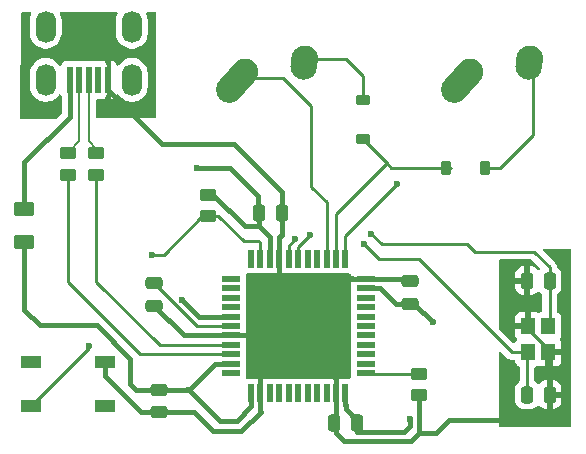
<source format=gbl>
G04 #@! TF.GenerationSoftware,KiCad,Pcbnew,8.0.2*
G04 #@! TF.CreationDate,2024-12-03T18:18:40-08:00*
G04 #@! TF.ProjectId,keypad-pcb,6b657970-6164-42d7-9063-622e6b696361,rev?*
G04 #@! TF.SameCoordinates,Original*
G04 #@! TF.FileFunction,Copper,L2,Bot*
G04 #@! TF.FilePolarity,Positive*
%FSLAX46Y46*%
G04 Gerber Fmt 4.6, Leading zero omitted, Abs format (unit mm)*
G04 Created by KiCad (PCBNEW 8.0.2) date 2024-12-03 18:18:40*
%MOMM*%
%LPD*%
G01*
G04 APERTURE LIST*
G04 Aperture macros list*
%AMRoundRect*
0 Rectangle with rounded corners*
0 $1 Rounding radius*
0 $2 $3 $4 $5 $6 $7 $8 $9 X,Y pos of 4 corners*
0 Add a 4 corners polygon primitive as box body*
4,1,4,$2,$3,$4,$5,$6,$7,$8,$9,$2,$3,0*
0 Add four circle primitives for the rounded corners*
1,1,$1+$1,$2,$3*
1,1,$1+$1,$4,$5*
1,1,$1+$1,$6,$7*
1,1,$1+$1,$8,$9*
0 Add four rect primitives between the rounded corners*
20,1,$1+$1,$2,$3,$4,$5,0*
20,1,$1+$1,$4,$5,$6,$7,0*
20,1,$1+$1,$6,$7,$8,$9,0*
20,1,$1+$1,$8,$9,$2,$3,0*%
%AMHorizOval*
0 Thick line with rounded ends*
0 $1 width*
0 $2 $3 position (X,Y) of the first rounded end (center of the circle)*
0 $4 $5 position (X,Y) of the second rounded end (center of the circle)*
0 Add line between two ends*
20,1,$1,$2,$3,$4,$5,0*
0 Add two circle primitives to create the rounded ends*
1,1,$1,$2,$3*
1,1,$1,$4,$5*%
G04 Aperture macros list end*
G04 #@! TA.AperFunction,ComponentPad*
%ADD10HorizOval,2.250000X0.655001X0.730000X-0.655001X-0.730000X0*%
G04 #@! TD*
G04 #@! TA.AperFunction,ComponentPad*
%ADD11C,2.250000*%
G04 #@! TD*
G04 #@! TA.AperFunction,ComponentPad*
%ADD12HorizOval,2.250000X0.020000X0.290000X-0.020000X-0.290000X0*%
G04 #@! TD*
G04 #@! TA.AperFunction,SMDPad,CuDef*
%ADD13RoundRect,0.225000X-0.225000X-0.375000X0.225000X-0.375000X0.225000X0.375000X-0.225000X0.375000X0*%
G04 #@! TD*
G04 #@! TA.AperFunction,SMDPad,CuDef*
%ADD14RoundRect,0.250000X0.250000X0.475000X-0.250000X0.475000X-0.250000X-0.475000X0.250000X-0.475000X0*%
G04 #@! TD*
G04 #@! TA.AperFunction,SMDPad,CuDef*
%ADD15RoundRect,0.250000X-0.625000X0.375000X-0.625000X-0.375000X0.625000X-0.375000X0.625000X0.375000X0*%
G04 #@! TD*
G04 #@! TA.AperFunction,SMDPad,CuDef*
%ADD16RoundRect,0.250000X-0.450000X0.262500X-0.450000X-0.262500X0.450000X-0.262500X0.450000X0.262500X0*%
G04 #@! TD*
G04 #@! TA.AperFunction,SMDPad,CuDef*
%ADD17RoundRect,0.250000X0.475000X-0.250000X0.475000X0.250000X-0.475000X0.250000X-0.475000X-0.250000X0*%
G04 #@! TD*
G04 #@! TA.AperFunction,SMDPad,CuDef*
%ADD18RoundRect,0.250000X-0.475000X0.250000X-0.475000X-0.250000X0.475000X-0.250000X0.475000X0.250000X0*%
G04 #@! TD*
G04 #@! TA.AperFunction,SMDPad,CuDef*
%ADD19RoundRect,0.250000X0.450000X-0.262500X0.450000X0.262500X-0.450000X0.262500X-0.450000X-0.262500X0*%
G04 #@! TD*
G04 #@! TA.AperFunction,SMDPad,CuDef*
%ADD20R,1.500000X0.550000*%
G04 #@! TD*
G04 #@! TA.AperFunction,SMDPad,CuDef*
%ADD21R,0.550000X1.500000*%
G04 #@! TD*
G04 #@! TA.AperFunction,SMDPad,CuDef*
%ADD22RoundRect,0.225000X0.375000X-0.225000X0.375000X0.225000X-0.375000X0.225000X-0.375000X-0.225000X0*%
G04 #@! TD*
G04 #@! TA.AperFunction,SMDPad,CuDef*
%ADD23R,1.200000X1.400000*%
G04 #@! TD*
G04 #@! TA.AperFunction,SMDPad,CuDef*
%ADD24R,0.500000X2.250000*%
G04 #@! TD*
G04 #@! TA.AperFunction,ComponentPad*
%ADD25O,1.700000X2.700000*%
G04 #@! TD*
G04 #@! TA.AperFunction,SMDPad,CuDef*
%ADD26RoundRect,0.250000X-0.250000X-0.475000X0.250000X-0.475000X0.250000X0.475000X-0.250000X0.475000X0*%
G04 #@! TD*
G04 #@! TA.AperFunction,SMDPad,CuDef*
%ADD27R,1.800000X1.100000*%
G04 #@! TD*
G04 #@! TA.AperFunction,ViaPad*
%ADD28C,0.600000*%
G04 #@! TD*
G04 #@! TA.AperFunction,Conductor*
%ADD29C,0.381000*%
G04 #@! TD*
G04 #@! TA.AperFunction,Conductor*
%ADD30C,0.254000*%
G04 #@! TD*
G04 #@! TA.AperFunction,Conductor*
%ADD31C,0.200000*%
G04 #@! TD*
G04 APERTURE END LIST*
D10*
X71354001Y-60547000D03*
D11*
X72009000Y-59817000D03*
D12*
X77029000Y-59027000D03*
D11*
X77049000Y-58737000D03*
D10*
X90396118Y-60544802D03*
D11*
X91051117Y-59814802D03*
D12*
X96071117Y-59024802D03*
D11*
X96091117Y-58734802D03*
D13*
X89028000Y-67945000D03*
X92328000Y-67945000D03*
D14*
X81468000Y-89535000D03*
X79568000Y-89535000D03*
D15*
X53316000Y-71398000D03*
X53316000Y-74198000D03*
D16*
X86741000Y-85386500D03*
X86741000Y-87211500D03*
D17*
X85979000Y-79436000D03*
X85979000Y-77536000D03*
D16*
X56999000Y-66678500D03*
X56999000Y-68503500D03*
D14*
X97785000Y-87150500D03*
X95885000Y-87150500D03*
D18*
X64313000Y-77714000D03*
X64313000Y-79614000D03*
D19*
X68834000Y-72032500D03*
X68834000Y-70207500D03*
D20*
X70805000Y-85331000D03*
X70805000Y-84531000D03*
X70805000Y-83731000D03*
X70805000Y-82931000D03*
X70805000Y-82131000D03*
X70805000Y-81331000D03*
X70805000Y-80531000D03*
X70805000Y-79731000D03*
X70805000Y-78931000D03*
X70805000Y-78131000D03*
X70805000Y-77331000D03*
D21*
X72505000Y-75631000D03*
X73305000Y-75631000D03*
X74105000Y-75631000D03*
X74905000Y-75631000D03*
X75705000Y-75631000D03*
X76505000Y-75631000D03*
X77305000Y-75631000D03*
X78105000Y-75631000D03*
X78905000Y-75631000D03*
X79705000Y-75631000D03*
X80505000Y-75631000D03*
D20*
X82205000Y-77331000D03*
X82205000Y-78131000D03*
X82205000Y-78931000D03*
X82205000Y-79731000D03*
X82205000Y-80531000D03*
X82205000Y-81331000D03*
X82205000Y-82131000D03*
X82205000Y-82931000D03*
X82205000Y-83731000D03*
X82205000Y-84531000D03*
X82205000Y-85331000D03*
D21*
X80505000Y-87031000D03*
X79705000Y-87031000D03*
X78905000Y-87031000D03*
X78105000Y-87031000D03*
X77305000Y-87031000D03*
X76505000Y-87031000D03*
X75705000Y-87031000D03*
X74905000Y-87031000D03*
X74105000Y-87031000D03*
X73305000Y-87031000D03*
X72505000Y-87031000D03*
D22*
X81967117Y-65523281D03*
X81967117Y-62223281D03*
D23*
X95985000Y-83551500D03*
X95985000Y-81351500D03*
X97685000Y-81351500D03*
X97685000Y-83551500D03*
D19*
X59412000Y-68503500D03*
X59412000Y-66678500D03*
D18*
X64694000Y-86731000D03*
X64694000Y-88631000D03*
D24*
X60377000Y-60492000D03*
X59577000Y-60492000D03*
X58777000Y-60492000D03*
X57977000Y-60492000D03*
X57177000Y-60492000D03*
D25*
X62427000Y-55992000D03*
X55127000Y-55992000D03*
X62427000Y-60492000D03*
X55127000Y-60492000D03*
D26*
X95885000Y-77498500D03*
X97785000Y-77498500D03*
D27*
X60123000Y-84383000D03*
X53923000Y-88083000D03*
X60123000Y-88083000D03*
X53923000Y-84383000D03*
D26*
X73218000Y-71755000D03*
X75118000Y-71755000D03*
D28*
X67945000Y-67945000D03*
X66688000Y-79087000D03*
X87897000Y-81026000D03*
X85979000Y-89242000D03*
X67300000Y-86731000D03*
X77534500Y-73597500D03*
X82042000Y-74422000D03*
X84836000Y-69342000D03*
X64124000Y-75277000D03*
X58801000Y-83058000D03*
X82677000Y-73533000D03*
X76263500Y-73977500D03*
D29*
X86741000Y-87211500D02*
X86741000Y-90389560D01*
X97150000Y-89281000D02*
X97785000Y-88646000D01*
X73305000Y-88545000D02*
X73330000Y-88570000D01*
X86741000Y-90389560D02*
X88172440Y-90389560D01*
D30*
X97685000Y-83301500D02*
X95985000Y-81601500D01*
D29*
X73330000Y-88570000D02*
X71679000Y-90221000D01*
X73584000Y-82131000D02*
X73305000Y-82131000D01*
X80391000Y-91059000D02*
X86071560Y-91059000D01*
X75118000Y-69985000D02*
X75118000Y-71755000D01*
X64969000Y-65959000D02*
X60377000Y-61367000D01*
X76505000Y-81331000D02*
X75705000Y-82131000D01*
X69266000Y-90221000D02*
X67676000Y-88631000D01*
X80505000Y-77331000D02*
X82205000Y-77331000D01*
X64694000Y-88631000D02*
X63231000Y-88631000D01*
X95885000Y-77498500D02*
X95885000Y-81251500D01*
X60123000Y-85523000D02*
X60123000Y-84383000D01*
X97685000Y-83170500D02*
X97685000Y-83051500D01*
X89281000Y-89281000D02*
X97150000Y-89281000D01*
X79705000Y-84531000D02*
X79705000Y-87031000D01*
X73305000Y-82131000D02*
X73305000Y-87031000D01*
X75118000Y-73599000D02*
X75118000Y-71755000D01*
X97785000Y-88646000D02*
X97785000Y-87150500D01*
X79705000Y-90373000D02*
X80391000Y-91059000D01*
X73305000Y-87031000D02*
X73305000Y-88545000D01*
X86071560Y-91059000D02*
X86741000Y-90389560D01*
X74905000Y-79731000D02*
X76505000Y-81331000D01*
X97685000Y-83551500D02*
X97685000Y-83170500D01*
X76505000Y-81331000D02*
X79705000Y-84531000D01*
X76505000Y-81331000D02*
X80505000Y-77331000D01*
X97785000Y-83270500D02*
X97685000Y-83170500D01*
X85979000Y-77536000D02*
X85774000Y-77331000D01*
X66830000Y-82131000D02*
X70805000Y-82131000D01*
X60377000Y-61367000D02*
X60377000Y-60492000D01*
X74905000Y-75631000D02*
X74905000Y-73812000D01*
X73264000Y-87072000D02*
X73305000Y-87031000D01*
X95885000Y-81251500D02*
X95985000Y-81351500D01*
X88172440Y-90389560D02*
X89281000Y-89281000D01*
X73584000Y-82131000D02*
X70805000Y-82131000D01*
X71092000Y-65959000D02*
X64969000Y-65959000D01*
X75705000Y-82131000D02*
X73584000Y-82131000D01*
X97785000Y-87150500D02*
X97785000Y-83651500D01*
X64313000Y-79614000D02*
X66830000Y-82131000D01*
X97685000Y-83551500D02*
X97685000Y-83301500D01*
X63231000Y-88631000D02*
X60123000Y-85523000D01*
X71092000Y-65959000D02*
X75118000Y-69985000D01*
X74905000Y-73812000D02*
X75118000Y-73599000D01*
X97785000Y-83651500D02*
X97685000Y-83551500D01*
X67676000Y-88631000D02*
X64694000Y-88631000D01*
X95985000Y-81601500D02*
X95985000Y-81351500D01*
X85774000Y-77331000D02*
X82205000Y-77331000D01*
X79705000Y-87031000D02*
X79705000Y-90373000D01*
X74905000Y-75631000D02*
X74905000Y-79731000D01*
X71679000Y-90221000D02*
X69266000Y-90221000D01*
D30*
X70805000Y-81331000D02*
X67930000Y-81331000D01*
X67930000Y-81331000D02*
X64313000Y-77714000D01*
D29*
X83465000Y-78131000D02*
X82205000Y-78131000D01*
X85979000Y-89242000D02*
X85979000Y-89789000D01*
X85471000Y-90297000D02*
X81468000Y-90297000D01*
X81468000Y-89342000D02*
X80518000Y-88392000D01*
X67295000Y-86731000D02*
X67300000Y-86731000D01*
X67300000Y-86731000D02*
X69901000Y-89332000D01*
X85979000Y-89789000D02*
X85471000Y-90297000D01*
X62302500Y-84146500D02*
X59436000Y-81280000D01*
X73142500Y-71679500D02*
X73218000Y-71755000D01*
X73218000Y-72900000D02*
X72011000Y-72900000D01*
X74105000Y-73787000D02*
X74105000Y-75631000D01*
X81468000Y-90297000D02*
X81468000Y-89342000D01*
X69318500Y-70207500D02*
X68834000Y-70207500D01*
X73218000Y-71755000D02*
X73218000Y-72900000D01*
X70805000Y-80531000D02*
X68132000Y-80531000D01*
X71298000Y-89332000D02*
X72505000Y-88125000D01*
X86307000Y-79436000D02*
X87897000Y-81026000D01*
X72011000Y-72900000D02*
X69318500Y-70207500D01*
X67945000Y-67945000D02*
X70739000Y-67945000D01*
X80518000Y-88392000D02*
X80518000Y-88011000D01*
X68132000Y-80531000D02*
X66688000Y-79087000D01*
X64694000Y-86731000D02*
X62787658Y-86731000D01*
X72505000Y-88125000D02*
X72505000Y-87031000D01*
X80518000Y-88011000D02*
X80505000Y-87998000D01*
X85979000Y-79436000D02*
X84770000Y-79436000D01*
X85979000Y-79436000D02*
X86307000Y-79436000D01*
X62787658Y-86731000D02*
X62302500Y-86245842D01*
X69901000Y-89332000D02*
X71298000Y-89332000D01*
X53316000Y-79986000D02*
X53316000Y-74198000D01*
X69495000Y-84531000D02*
X70805000Y-84531000D01*
X84770000Y-79436000D02*
X83465000Y-78131000D01*
X80505000Y-87998000D02*
X80505000Y-87031000D01*
X59436000Y-81280000D02*
X54610000Y-81280000D01*
X73142500Y-70348500D02*
X73142500Y-71679500D01*
X54610000Y-81280000D02*
X53316000Y-79986000D01*
X73218000Y-72900000D02*
X74105000Y-73787000D01*
X67295000Y-86731000D02*
X69495000Y-84531000D01*
X70739000Y-67945000D02*
X73142500Y-70348500D01*
X64694000Y-86731000D02*
X67295000Y-86731000D01*
X62302500Y-86245842D02*
X62302500Y-84146500D01*
D30*
X77534500Y-73597500D02*
X76505000Y-74627000D01*
X95885000Y-83270500D02*
X95985000Y-83170500D01*
X83312000Y-75692000D02*
X86741000Y-75692000D01*
X95885000Y-83651500D02*
X95985000Y-83551500D01*
X76505000Y-74627000D02*
X76505000Y-75631000D01*
X95885000Y-87150500D02*
X95885000Y-83651500D01*
X86741000Y-75692000D02*
X94600500Y-83551500D01*
X82042000Y-74422000D02*
X83312000Y-75692000D01*
X94600500Y-83551500D02*
X95985000Y-83551500D01*
X84388836Y-67945000D02*
X84007836Y-67564000D01*
X89409000Y-67945000D02*
X84388836Y-67945000D01*
X84007836Y-67564000D02*
X81967117Y-65523281D01*
X79705000Y-75631000D02*
X79705000Y-71866836D01*
X79705000Y-71866836D02*
X84007836Y-67564000D01*
X81967117Y-62223281D02*
X81967117Y-60123117D01*
X80581000Y-58737000D02*
X77049000Y-58737000D01*
X81967117Y-60123117D02*
X80581000Y-58737000D01*
X93599000Y-67945000D02*
X92328000Y-67945000D01*
X96051117Y-59314802D02*
X96056919Y-59309000D01*
X96051117Y-58774802D02*
X96091117Y-58734802D01*
X96393000Y-59656685D02*
X96393000Y-65151000D01*
X96138000Y-59401685D02*
X96051117Y-59314802D01*
X96051117Y-59314802D02*
X96051117Y-58774802D01*
X96393000Y-65151000D02*
X93599000Y-67945000D01*
X96051117Y-59314802D02*
X96393000Y-59656685D01*
D29*
X53316000Y-71398000D02*
X53316000Y-67461000D01*
X57177000Y-63600000D02*
X57177000Y-60492000D01*
X53316000Y-67461000D02*
X57177000Y-63600000D01*
D30*
X70699000Y-61277000D02*
X71651000Y-60325000D01*
X78905000Y-70866000D02*
X78905000Y-75631000D01*
X75184000Y-60325000D02*
X77597000Y-62738000D01*
X71651000Y-60325000D02*
X75184000Y-60325000D01*
X77597000Y-62738000D02*
X77597000Y-69558000D01*
X77597000Y-69558000D02*
X78905000Y-70866000D01*
X80505000Y-73673000D02*
X80505000Y-75631000D01*
X84836000Y-69342000D02*
X80505000Y-73673000D01*
X82260500Y-85386500D02*
X82205000Y-85331000D01*
X86741000Y-85386500D02*
X82260500Y-85386500D01*
X59412000Y-68503500D02*
X59412000Y-77573000D01*
X64770000Y-82931000D02*
X70805000Y-82931000D01*
X59412000Y-77573000D02*
X64770000Y-82931000D01*
D31*
X59412000Y-66321000D02*
X58777000Y-65686000D01*
X58777000Y-65686000D02*
X58777000Y-60492000D01*
X59412000Y-66678500D02*
X59412000Y-66321000D01*
D30*
X56999000Y-77611000D02*
X63119000Y-83731000D01*
X63119000Y-83731000D02*
X70805000Y-83731000D01*
X56999000Y-68503500D02*
X56999000Y-77611000D01*
D31*
X56999000Y-66678500D02*
X57977000Y-65700500D01*
X57977000Y-65700500D02*
X57977000Y-60492000D01*
D30*
X68395500Y-72032500D02*
X65151000Y-75277000D01*
X68834000Y-72032500D02*
X68395500Y-72032500D01*
X73305000Y-74321000D02*
X73152000Y-74168000D01*
X73305000Y-75631000D02*
X73305000Y-74321000D01*
X71882000Y-74168000D02*
X69746500Y-72032500D01*
X58801000Y-83058000D02*
X58801000Y-83205000D01*
X65151000Y-75277000D02*
X64124000Y-75277000D01*
X69746500Y-72032500D02*
X68834000Y-72032500D01*
X58801000Y-83205000D02*
X53796000Y-88210000D01*
X73152000Y-74168000D02*
X71882000Y-74168000D01*
X91440000Y-75057000D02*
X90805000Y-74422000D01*
X90805000Y-74422000D02*
X83566000Y-74422000D01*
X97785000Y-77498500D02*
X97785000Y-76354500D01*
X96487500Y-75057000D02*
X91440000Y-75057000D01*
X97785000Y-76354500D02*
X96487500Y-75057000D01*
X97785000Y-80870500D02*
X97685000Y-80970500D01*
X97785000Y-77498500D02*
X97785000Y-81251500D01*
X75705000Y-74536000D02*
X75705000Y-75631000D01*
X76263500Y-73977500D02*
X75705000Y-74536000D01*
X83566000Y-74422000D02*
X82677000Y-73533000D01*
X97785000Y-81251500D02*
X97685000Y-81351500D01*
G04 #@! TA.AperFunction,Conductor*
G36*
X99531828Y-74790092D02*
G01*
X99577583Y-74842896D01*
X99588789Y-74894407D01*
X99588789Y-89759407D01*
X99569104Y-89826446D01*
X99516300Y-89872201D01*
X99464789Y-89883407D01*
X93616789Y-89883407D01*
X93549750Y-89863722D01*
X93503995Y-89810918D01*
X93492789Y-89759407D01*
X93492789Y-83630570D01*
X93512474Y-83563531D01*
X93565278Y-83517776D01*
X93634436Y-83507832D01*
X93697992Y-83536857D01*
X93704470Y-83542889D01*
X94200487Y-84038907D01*
X94200491Y-84038910D01*
X94303260Y-84107579D01*
X94303273Y-84107586D01*
X94417460Y-84154883D01*
X94417465Y-84154885D01*
X94417469Y-84154885D01*
X94417470Y-84154886D01*
X94538693Y-84179000D01*
X94538696Y-84179000D01*
X94538697Y-84179000D01*
X94760517Y-84179000D01*
X94827556Y-84198685D01*
X94873311Y-84251489D01*
X94884339Y-84296362D01*
X94884499Y-84299362D01*
X94890908Y-84358983D01*
X94941202Y-84493828D01*
X94941206Y-84493835D01*
X95027452Y-84609044D01*
X95027455Y-84609047D01*
X95142664Y-84695293D01*
X95142669Y-84695296D01*
X95176832Y-84708038D01*
X95232766Y-84749908D01*
X95257184Y-84815371D01*
X95257500Y-84824220D01*
X95257500Y-85957355D01*
X95237815Y-86024394D01*
X95198598Y-86062893D01*
X95166344Y-86082787D01*
X95042289Y-86206842D01*
X94950187Y-86356163D01*
X94950185Y-86356168D01*
X94950115Y-86356380D01*
X94895001Y-86522703D01*
X94895001Y-86522704D01*
X94895000Y-86522704D01*
X94884500Y-86625483D01*
X94884500Y-87675501D01*
X94884501Y-87675519D01*
X94895000Y-87778296D01*
X94895001Y-87778299D01*
X94950115Y-87944619D01*
X94950186Y-87944834D01*
X95042288Y-88094156D01*
X95166344Y-88218212D01*
X95315666Y-88310314D01*
X95482203Y-88365499D01*
X95584991Y-88376000D01*
X96185008Y-88375999D01*
X96185016Y-88375998D01*
X96185019Y-88375998D01*
X96241302Y-88370248D01*
X96287797Y-88365499D01*
X96454334Y-88310314D01*
X96603656Y-88218212D01*
X96727712Y-88094156D01*
X96729752Y-88090847D01*
X96731745Y-88089055D01*
X96732193Y-88088489D01*
X96732289Y-88088565D01*
X96781694Y-88044123D01*
X96850656Y-88032895D01*
X96914740Y-88060734D01*
X96940829Y-88090839D01*
X96942681Y-88093841D01*
X96942683Y-88093844D01*
X97066654Y-88217815D01*
X97215875Y-88309856D01*
X97215880Y-88309858D01*
X97382302Y-88365005D01*
X97382309Y-88365006D01*
X97485019Y-88375499D01*
X98035000Y-88375499D01*
X98084972Y-88375499D01*
X98084986Y-88375498D01*
X98187697Y-88365005D01*
X98354119Y-88309858D01*
X98354124Y-88309856D01*
X98503345Y-88217815D01*
X98627315Y-88093845D01*
X98719356Y-87944624D01*
X98719358Y-87944619D01*
X98774505Y-87778197D01*
X98774506Y-87778190D01*
X98784999Y-87675486D01*
X98785000Y-87675473D01*
X98785000Y-87400500D01*
X98035000Y-87400500D01*
X98035000Y-88375499D01*
X97485019Y-88375499D01*
X97534999Y-88375498D01*
X97535000Y-88375498D01*
X97535000Y-86900500D01*
X98035000Y-86900500D01*
X98784999Y-86900500D01*
X98784999Y-86625528D01*
X98784998Y-86625513D01*
X98774505Y-86522802D01*
X98719358Y-86356380D01*
X98719356Y-86356375D01*
X98627315Y-86207154D01*
X98503345Y-86083184D01*
X98354124Y-85991143D01*
X98354119Y-85991141D01*
X98187697Y-85935994D01*
X98187690Y-85935993D01*
X98084986Y-85925500D01*
X98035000Y-85925500D01*
X98035000Y-86900500D01*
X97535000Y-86900500D01*
X97535000Y-85925500D01*
X97534999Y-85925499D01*
X97485029Y-85925500D01*
X97485011Y-85925501D01*
X97382302Y-85935994D01*
X97215880Y-85991141D01*
X97215875Y-85991143D01*
X97066654Y-86083184D01*
X96942683Y-86207155D01*
X96942679Y-86207160D01*
X96940826Y-86210165D01*
X96939018Y-86211790D01*
X96938202Y-86212823D01*
X96938025Y-86212683D01*
X96888874Y-86256885D01*
X96819911Y-86268101D01*
X96755831Y-86240252D01*
X96729753Y-86210153D01*
X96729737Y-86210128D01*
X96727712Y-86206844D01*
X96603656Y-86082788D01*
X96603655Y-86082787D01*
X96571402Y-86062893D01*
X96524678Y-86010944D01*
X96512500Y-85957355D01*
X96512500Y-84875982D01*
X96532185Y-84808943D01*
X96584989Y-84763188D01*
X96629882Y-84752159D01*
X96632871Y-84751999D01*
X96632872Y-84751999D01*
X96692483Y-84745591D01*
X96792382Y-84708330D01*
X96862072Y-84703347D01*
X96879047Y-84708331D01*
X96977620Y-84745096D01*
X96977627Y-84745098D01*
X97037155Y-84751499D01*
X97037172Y-84751500D01*
X97435000Y-84751500D01*
X97935000Y-84751500D01*
X98332828Y-84751500D01*
X98332844Y-84751499D01*
X98392372Y-84745098D01*
X98392379Y-84745096D01*
X98527086Y-84694854D01*
X98527093Y-84694850D01*
X98642187Y-84608690D01*
X98642190Y-84608687D01*
X98728350Y-84493593D01*
X98728354Y-84493586D01*
X98778596Y-84358879D01*
X98778598Y-84358872D01*
X98784999Y-84299344D01*
X98785000Y-84299327D01*
X98785000Y-83801500D01*
X97935000Y-83801500D01*
X97935000Y-84751500D01*
X97435000Y-84751500D01*
X97435000Y-83425500D01*
X97454685Y-83358461D01*
X97507489Y-83312706D01*
X97559000Y-83301500D01*
X98785000Y-83301500D01*
X98785000Y-82803672D01*
X98784999Y-82803655D01*
X98778598Y-82744127D01*
X98778596Y-82744120D01*
X98728354Y-82609413D01*
X98728352Y-82609410D01*
X98666082Y-82526227D01*
X98641665Y-82460762D01*
X98656517Y-82392489D01*
X98666083Y-82377604D01*
X98681524Y-82356978D01*
X98728796Y-82293831D01*
X98779091Y-82158983D01*
X98785500Y-82099373D01*
X98785499Y-80603628D01*
X98779091Y-80544017D01*
X98728884Y-80409406D01*
X98728797Y-80409171D01*
X98728793Y-80409164D01*
X98642547Y-80293955D01*
X98642544Y-80293952D01*
X98527334Y-80207705D01*
X98493164Y-80194960D01*
X98437231Y-80153087D01*
X98412816Y-80087622D01*
X98412500Y-80078779D01*
X98412500Y-78691643D01*
X98432185Y-78624604D01*
X98471401Y-78586106D01*
X98503656Y-78566212D01*
X98627712Y-78442156D01*
X98719814Y-78292834D01*
X98774999Y-78126297D01*
X98785500Y-78023509D01*
X98785499Y-76973492D01*
X98774999Y-76870703D01*
X98719814Y-76704166D01*
X98627712Y-76554844D01*
X98503656Y-76430788D01*
X98503655Y-76430787D01*
X98471402Y-76410893D01*
X98424678Y-76358944D01*
X98412500Y-76305355D01*
X98412500Y-76292694D01*
X98388386Y-76171470D01*
X98388385Y-76171469D01*
X98388385Y-76171465D01*
X98355473Y-76092008D01*
X98341086Y-76057273D01*
X98341079Y-76057260D01*
X98272412Y-75954493D01*
X98272411Y-75954492D01*
X98185008Y-75867089D01*
X97300007Y-74982088D01*
X97266522Y-74920765D01*
X97271506Y-74851073D01*
X97313378Y-74795140D01*
X97378842Y-74770723D01*
X97387688Y-74770407D01*
X99464789Y-74770407D01*
X99531828Y-74790092D01*
G37*
G04 #@! TD.AperFunction*
G04 #@! TA.AperFunction,Conductor*
G36*
X96243258Y-75704185D02*
G01*
X96263900Y-75720819D01*
X96932981Y-76389900D01*
X96966466Y-76451223D01*
X96961482Y-76520915D01*
X96945892Y-76548589D01*
X96946076Y-76548703D01*
X96943233Y-76553310D01*
X96942575Y-76554480D01*
X96942289Y-76554840D01*
X96940241Y-76558162D01*
X96938245Y-76559956D01*
X96937816Y-76560500D01*
X96937723Y-76560426D01*
X96888291Y-76604884D01*
X96819328Y-76616103D01*
X96755247Y-76588256D01*
X96729165Y-76558152D01*
X96727318Y-76555157D01*
X96603345Y-76431184D01*
X96454124Y-76339143D01*
X96454119Y-76339141D01*
X96287697Y-76283994D01*
X96287690Y-76283993D01*
X96184986Y-76273500D01*
X96135000Y-76273500D01*
X96135000Y-78723499D01*
X96184972Y-78723499D01*
X96184986Y-78723498D01*
X96287697Y-78713005D01*
X96454119Y-78657858D01*
X96454124Y-78657856D01*
X96603345Y-78565815D01*
X96727318Y-78441842D01*
X96729165Y-78438848D01*
X96730969Y-78437224D01*
X96731798Y-78436177D01*
X96731976Y-78436318D01*
X96781110Y-78392121D01*
X96850073Y-78380896D01*
X96914156Y-78408736D01*
X96940243Y-78438841D01*
X96942288Y-78442156D01*
X97066344Y-78566212D01*
X97098597Y-78586106D01*
X97145321Y-78638051D01*
X97157500Y-78691643D01*
X97157500Y-80027017D01*
X97137815Y-80094056D01*
X97085011Y-80139811D01*
X97040138Y-80150839D01*
X97037137Y-80150999D01*
X96977515Y-80157409D01*
X96877617Y-80194668D01*
X96807926Y-80199652D01*
X96790952Y-80194668D01*
X96692380Y-80157903D01*
X96692372Y-80157901D01*
X96632844Y-80151500D01*
X96235000Y-80151500D01*
X96235000Y-81477500D01*
X96215315Y-81544539D01*
X96162511Y-81590294D01*
X96111000Y-81601500D01*
X94885000Y-81601500D01*
X94885000Y-82099344D01*
X94891401Y-82158872D01*
X94891403Y-82158879D01*
X94941645Y-82293586D01*
X94941646Y-82293588D01*
X95003918Y-82376772D01*
X95028335Y-82442236D01*
X95013484Y-82510509D01*
X95003918Y-82525394D01*
X94941204Y-82609169D01*
X94941203Y-82609169D01*
X94901160Y-82716531D01*
X94859288Y-82772464D01*
X94793824Y-82796881D01*
X94725551Y-82782029D01*
X94697297Y-82760878D01*
X93529108Y-81592689D01*
X93495623Y-81531366D01*
X93492789Y-81505008D01*
X93492789Y-80603655D01*
X94885000Y-80603655D01*
X94885000Y-81101500D01*
X95735000Y-81101500D01*
X95735000Y-80151500D01*
X95337155Y-80151500D01*
X95277627Y-80157901D01*
X95277620Y-80157903D01*
X95142913Y-80208145D01*
X95142906Y-80208149D01*
X95027812Y-80294309D01*
X95027809Y-80294312D01*
X94941649Y-80409406D01*
X94941645Y-80409413D01*
X94891403Y-80544120D01*
X94891401Y-80544127D01*
X94885000Y-80603655D01*
X93492789Y-80603655D01*
X93492789Y-78023486D01*
X94885001Y-78023486D01*
X94895494Y-78126197D01*
X94950641Y-78292619D01*
X94950643Y-78292624D01*
X95042684Y-78441845D01*
X95166654Y-78565815D01*
X95315875Y-78657856D01*
X95315880Y-78657858D01*
X95482302Y-78713005D01*
X95482309Y-78713006D01*
X95585019Y-78723499D01*
X95634999Y-78723498D01*
X95635000Y-78723498D01*
X95635000Y-77748500D01*
X94885001Y-77748500D01*
X94885001Y-78023486D01*
X93492789Y-78023486D01*
X93492789Y-76973513D01*
X94885000Y-76973513D01*
X94885000Y-77248500D01*
X95635000Y-77248500D01*
X95635000Y-76273500D01*
X95634999Y-76273499D01*
X95585029Y-76273500D01*
X95585011Y-76273501D01*
X95482302Y-76283994D01*
X95315880Y-76339141D01*
X95315875Y-76339143D01*
X95166654Y-76431184D01*
X95042684Y-76555154D01*
X94950643Y-76704375D01*
X94950641Y-76704380D01*
X94895494Y-76870802D01*
X94895493Y-76870809D01*
X94885000Y-76973513D01*
X93492789Y-76973513D01*
X93492789Y-75808500D01*
X93512474Y-75741461D01*
X93565278Y-75695706D01*
X93616789Y-75684500D01*
X96176219Y-75684500D01*
X96243258Y-75704185D01*
G37*
G04 #@! TD.AperFunction*
G04 #@! TA.AperFunction,Conductor*
G36*
X53796472Y-54731562D02*
G01*
X53863501Y-54751279D01*
X53909230Y-54804105D01*
X53919140Y-54873268D01*
X53906896Y-54911856D01*
X53875445Y-54973582D01*
X53809753Y-55175760D01*
X53776500Y-55385713D01*
X53776500Y-56598286D01*
X53803738Y-56770263D01*
X53809754Y-56808243D01*
X53818823Y-56836155D01*
X53875444Y-57010414D01*
X53971951Y-57199820D01*
X54096890Y-57371786D01*
X54247213Y-57522109D01*
X54419179Y-57647048D01*
X54419181Y-57647049D01*
X54419184Y-57647051D01*
X54608588Y-57743557D01*
X54810757Y-57809246D01*
X55020713Y-57842500D01*
X55020714Y-57842500D01*
X55233286Y-57842500D01*
X55233287Y-57842500D01*
X55443243Y-57809246D01*
X55645412Y-57743557D01*
X55834816Y-57647051D01*
X55856789Y-57631086D01*
X56006786Y-57522109D01*
X56006788Y-57522106D01*
X56006792Y-57522104D01*
X56157104Y-57371792D01*
X56157106Y-57371788D01*
X56157109Y-57371786D01*
X56282048Y-57199820D01*
X56282047Y-57199820D01*
X56282051Y-57199816D01*
X56378557Y-57010412D01*
X56444246Y-56808243D01*
X56477500Y-56598287D01*
X56477500Y-55385713D01*
X56444246Y-55175757D01*
X56378557Y-54973588D01*
X56347753Y-54913133D01*
X56334858Y-54844465D01*
X56361134Y-54779725D01*
X56418240Y-54739467D01*
X56458295Y-54732839D01*
X61094688Y-54735063D01*
X61161716Y-54754780D01*
X61207446Y-54807606D01*
X61217356Y-54876769D01*
X61205112Y-54915357D01*
X61175445Y-54973582D01*
X61109753Y-55175760D01*
X61076500Y-55385713D01*
X61076500Y-56598286D01*
X61103738Y-56770263D01*
X61109754Y-56808243D01*
X61118823Y-56836155D01*
X61175444Y-57010414D01*
X61271951Y-57199820D01*
X61396890Y-57371786D01*
X61547213Y-57522109D01*
X61719179Y-57647048D01*
X61719181Y-57647049D01*
X61719184Y-57647051D01*
X61908588Y-57743557D01*
X62110757Y-57809246D01*
X62320713Y-57842500D01*
X62320714Y-57842500D01*
X62533286Y-57842500D01*
X62533287Y-57842500D01*
X62743243Y-57809246D01*
X62945412Y-57743557D01*
X63134816Y-57647051D01*
X63156789Y-57631086D01*
X63306786Y-57522109D01*
X63306788Y-57522106D01*
X63306792Y-57522104D01*
X63457104Y-57371792D01*
X63457106Y-57371788D01*
X63457109Y-57371786D01*
X63582048Y-57199820D01*
X63582047Y-57199820D01*
X63582051Y-57199816D01*
X63678557Y-57010412D01*
X63744246Y-56808243D01*
X63777500Y-56598287D01*
X63777500Y-55385713D01*
X63744246Y-55175757D01*
X63678557Y-54973588D01*
X63649538Y-54916636D01*
X63636643Y-54847968D01*
X63662919Y-54783227D01*
X63720026Y-54742970D01*
X63760076Y-54736343D01*
X64367082Y-54736634D01*
X64434108Y-54756350D01*
X64479838Y-54809176D01*
X64491019Y-54860633D01*
X64491019Y-63569046D01*
X64471334Y-63636085D01*
X64418530Y-63681840D01*
X64368382Y-63693039D01*
X59502863Y-63746506D01*
X59435611Y-63727559D01*
X59389278Y-63675261D01*
X59377500Y-63622513D01*
X59377500Y-62241499D01*
X59397185Y-62174460D01*
X59449989Y-62128705D01*
X59501500Y-62117499D01*
X59874871Y-62117499D01*
X59874872Y-62117499D01*
X59934483Y-62111091D01*
X59934489Y-62111088D01*
X59942025Y-62109308D01*
X59942321Y-62110561D01*
X60004063Y-62106142D01*
X60017655Y-62110132D01*
X60019627Y-62110598D01*
X60079155Y-62116999D01*
X60079172Y-62117000D01*
X60127000Y-62117000D01*
X60127000Y-62079694D01*
X60146685Y-62012655D01*
X60176690Y-61980426D01*
X60184546Y-61974546D01*
X60270796Y-61859331D01*
X60321091Y-61724483D01*
X60327500Y-61664873D01*
X60327499Y-59319128D01*
X60321091Y-59259517D01*
X60314804Y-59242662D01*
X60270797Y-59124671D01*
X60270793Y-59124664D01*
X60184547Y-59009455D01*
X60184546Y-59009454D01*
X60176685Y-59003569D01*
X60134816Y-58947633D01*
X60127000Y-58904305D01*
X60127000Y-58867000D01*
X60627000Y-58867000D01*
X60627000Y-62117000D01*
X60674828Y-62117000D01*
X60674844Y-62116999D01*
X60734372Y-62110598D01*
X60734379Y-62110596D01*
X60869086Y-62060354D01*
X60869093Y-62060350D01*
X60984187Y-61974190D01*
X60984190Y-61974187D01*
X61070350Y-61859093D01*
X61070355Y-61859084D01*
X61097267Y-61786929D01*
X61139137Y-61730995D01*
X61204601Y-61706577D01*
X61272875Y-61721428D01*
X61313767Y-61757376D01*
X61396890Y-61871785D01*
X61396894Y-61871790D01*
X61547213Y-62022109D01*
X61719179Y-62147048D01*
X61719181Y-62147049D01*
X61719184Y-62147051D01*
X61908588Y-62243557D01*
X62110757Y-62309246D01*
X62320713Y-62342500D01*
X62320714Y-62342500D01*
X62533286Y-62342500D01*
X62533287Y-62342500D01*
X62743243Y-62309246D01*
X62945412Y-62243557D01*
X63134816Y-62147051D01*
X63184990Y-62110598D01*
X63306786Y-62022109D01*
X63306788Y-62022106D01*
X63306792Y-62022104D01*
X63457104Y-61871792D01*
X63457106Y-61871788D01*
X63457109Y-61871786D01*
X63582048Y-61699820D01*
X63582047Y-61699820D01*
X63582051Y-61699816D01*
X63678557Y-61510412D01*
X63744246Y-61308243D01*
X63777500Y-61098287D01*
X63777500Y-59885713D01*
X63744246Y-59675757D01*
X63678557Y-59473588D01*
X63582051Y-59284184D01*
X63582049Y-59284181D01*
X63582048Y-59284179D01*
X63457109Y-59112213D01*
X63306786Y-58961890D01*
X63134820Y-58836951D01*
X62945414Y-58740444D01*
X62945413Y-58740443D01*
X62945412Y-58740443D01*
X62743243Y-58674754D01*
X62743241Y-58674753D01*
X62743240Y-58674753D01*
X62581957Y-58649208D01*
X62533287Y-58641500D01*
X62320713Y-58641500D01*
X62272042Y-58649208D01*
X62110760Y-58674753D01*
X61908585Y-58740444D01*
X61719179Y-58836951D01*
X61547213Y-58961890D01*
X61396894Y-59112209D01*
X61313767Y-59226624D01*
X61258437Y-59269289D01*
X61188823Y-59275268D01*
X61127028Y-59242662D01*
X61097267Y-59197071D01*
X61070354Y-59124913D01*
X61070350Y-59124906D01*
X60984190Y-59009812D01*
X60984187Y-59009809D01*
X60869093Y-58923649D01*
X60869086Y-58923645D01*
X60734379Y-58873403D01*
X60734372Y-58873401D01*
X60674844Y-58867000D01*
X60627000Y-58867000D01*
X60127000Y-58867000D01*
X60079155Y-58867000D01*
X60019624Y-58873401D01*
X60012073Y-58875186D01*
X60011684Y-58873542D01*
X59951348Y-58877853D01*
X59934614Y-58872939D01*
X59934491Y-58872910D01*
X59934483Y-58872909D01*
X59874873Y-58866500D01*
X59874863Y-58866500D01*
X59279129Y-58866500D01*
X59279123Y-58866501D01*
X59219520Y-58872908D01*
X59211974Y-58874692D01*
X59211628Y-58873230D01*
X59150622Y-58877584D01*
X59135600Y-58873172D01*
X59134482Y-58872908D01*
X59074882Y-58866501D01*
X59074873Y-58866500D01*
X59074863Y-58866500D01*
X58479129Y-58866500D01*
X58479123Y-58866501D01*
X58419520Y-58872908D01*
X58411974Y-58874692D01*
X58411628Y-58873230D01*
X58350622Y-58877584D01*
X58335600Y-58873172D01*
X58334482Y-58872908D01*
X58274882Y-58866501D01*
X58274873Y-58866500D01*
X58274863Y-58866500D01*
X57679129Y-58866500D01*
X57679123Y-58866501D01*
X57619520Y-58872908D01*
X57611974Y-58874692D01*
X57611628Y-58873230D01*
X57550622Y-58877584D01*
X57535600Y-58873172D01*
X57534482Y-58872908D01*
X57474882Y-58866501D01*
X57474873Y-58866500D01*
X57474863Y-58866500D01*
X56879129Y-58866500D01*
X56879123Y-58866501D01*
X56819516Y-58872908D01*
X56684671Y-58923202D01*
X56684664Y-58923206D01*
X56569455Y-59009452D01*
X56569452Y-59009455D01*
X56483206Y-59124664D01*
X56483202Y-59124671D01*
X56456380Y-59196587D01*
X56414509Y-59252521D01*
X56349045Y-59276938D01*
X56280772Y-59262087D01*
X56239880Y-59226139D01*
X56157109Y-59112214D01*
X56157105Y-59112209D01*
X56006786Y-58961890D01*
X55834820Y-58836951D01*
X55645414Y-58740444D01*
X55645413Y-58740443D01*
X55645412Y-58740443D01*
X55443243Y-58674754D01*
X55443241Y-58674753D01*
X55443240Y-58674753D01*
X55281957Y-58649208D01*
X55233287Y-58641500D01*
X55020713Y-58641500D01*
X54972042Y-58649208D01*
X54810760Y-58674753D01*
X54608585Y-58740444D01*
X54419179Y-58836951D01*
X54247213Y-58961890D01*
X54096890Y-59112213D01*
X53971951Y-59284179D01*
X53875444Y-59473585D01*
X53809753Y-59675760D01*
X53776500Y-59885713D01*
X53776500Y-61098286D01*
X53809753Y-61308239D01*
X53875444Y-61510414D01*
X53971951Y-61699820D01*
X54096890Y-61871786D01*
X54247213Y-62022109D01*
X54419179Y-62147048D01*
X54419181Y-62147049D01*
X54419184Y-62147051D01*
X54608588Y-62243557D01*
X54810757Y-62309246D01*
X55020713Y-62342500D01*
X55020714Y-62342500D01*
X55233286Y-62342500D01*
X55233287Y-62342500D01*
X55443243Y-62309246D01*
X55645412Y-62243557D01*
X55834816Y-62147051D01*
X55884990Y-62110598D01*
X56006786Y-62022109D01*
X56006788Y-62022106D01*
X56006792Y-62022104D01*
X56157104Y-61871792D01*
X56239880Y-61757858D01*
X56295209Y-61715194D01*
X56364822Y-61709215D01*
X56426618Y-61741820D01*
X56456379Y-61787409D01*
X56478182Y-61845868D01*
X56486000Y-61889198D01*
X56486000Y-63262415D01*
X56466315Y-63329454D01*
X56449681Y-63350096D01*
X56050698Y-63749078D01*
X55989375Y-63782563D01*
X55964380Y-63785390D01*
X53061064Y-63817295D01*
X52993812Y-63798348D01*
X52947479Y-63746050D01*
X52935712Y-63691652D01*
X53053553Y-54853606D01*
X53074129Y-54786840D01*
X53127538Y-54741793D01*
X53177593Y-54731265D01*
X53796472Y-54731562D01*
G37*
G04 #@! TD.AperFunction*
G04 #@! TA.AperFunction,Conductor*
G36*
X74992681Y-76634089D02*
G01*
X75004261Y-76647452D01*
X75072454Y-76738546D01*
X75072455Y-76738547D01*
X75105309Y-76763141D01*
X75147181Y-76819074D01*
X75155000Y-76862409D01*
X75155000Y-76881000D01*
X75227828Y-76881000D01*
X75227839Y-76880999D01*
X75289395Y-76874380D01*
X75315909Y-76874380D01*
X75322514Y-76875090D01*
X75322517Y-76875091D01*
X75382127Y-76881500D01*
X76027872Y-76881499D01*
X76087483Y-76875091D01*
X76087486Y-76875089D01*
X76091744Y-76874632D01*
X76118254Y-76874632D01*
X76122514Y-76875089D01*
X76122517Y-76875091D01*
X76182127Y-76881500D01*
X76827872Y-76881499D01*
X76887483Y-76875091D01*
X76887486Y-76875089D01*
X76891744Y-76874632D01*
X76918254Y-76874632D01*
X76922514Y-76875089D01*
X76922517Y-76875091D01*
X76982127Y-76881500D01*
X77627872Y-76881499D01*
X77687483Y-76875091D01*
X77687486Y-76875089D01*
X77691744Y-76874632D01*
X77718254Y-76874632D01*
X77722514Y-76875089D01*
X77722517Y-76875091D01*
X77782127Y-76881500D01*
X78427872Y-76881499D01*
X78487483Y-76875091D01*
X78487486Y-76875089D01*
X78491744Y-76874632D01*
X78518254Y-76874632D01*
X78522514Y-76875089D01*
X78522517Y-76875091D01*
X78582127Y-76881500D01*
X79227872Y-76881499D01*
X79287483Y-76875091D01*
X79287486Y-76875089D01*
X79291744Y-76874632D01*
X79318254Y-76874632D01*
X79322514Y-76875089D01*
X79322517Y-76875091D01*
X79382127Y-76881500D01*
X80027872Y-76881499D01*
X80087483Y-76875091D01*
X80087486Y-76875089D01*
X80091744Y-76874632D01*
X80118254Y-76874632D01*
X80122514Y-76875089D01*
X80122517Y-76875091D01*
X80182127Y-76881500D01*
X80827872Y-76881499D01*
X80831000Y-76881499D01*
X80898039Y-76901183D01*
X80943794Y-76953987D01*
X80955000Y-77005499D01*
X80955000Y-77081000D01*
X81269000Y-77081000D01*
X81269000Y-77391192D01*
X81212671Y-77412202D01*
X81212664Y-77412206D01*
X81097456Y-77498452D01*
X81097455Y-77498453D01*
X81097454Y-77498454D01*
X81072856Y-77531312D01*
X81016924Y-77573182D01*
X80973591Y-77581000D01*
X80955000Y-77581000D01*
X80955000Y-77653844D01*
X80961619Y-77715398D01*
X80961620Y-77741909D01*
X80960909Y-77748514D01*
X80960909Y-77748517D01*
X80954500Y-77808127D01*
X80954500Y-77808134D01*
X80954500Y-77808135D01*
X80954500Y-78453870D01*
X80954501Y-78453879D01*
X80961367Y-78517751D01*
X80961367Y-78544257D01*
X80960909Y-78548516D01*
X80960909Y-78548517D01*
X80954500Y-78608127D01*
X80954500Y-78608129D01*
X80954500Y-78608133D01*
X80954500Y-79253870D01*
X80954501Y-79253879D01*
X80961367Y-79317751D01*
X80961367Y-79344257D01*
X80960909Y-79348516D01*
X80960909Y-79348517D01*
X80954500Y-79408127D01*
X80954500Y-79408129D01*
X80954500Y-79408133D01*
X80954500Y-80053870D01*
X80954501Y-80053879D01*
X80961367Y-80117751D01*
X80961367Y-80144257D01*
X80960909Y-80148516D01*
X80960909Y-80148517D01*
X80954500Y-80208127D01*
X80954500Y-80208129D01*
X80954500Y-80208133D01*
X80954500Y-80853870D01*
X80954501Y-80853879D01*
X80961367Y-80917751D01*
X80961367Y-80944257D01*
X80960909Y-80948516D01*
X80960909Y-80948517D01*
X80954500Y-81008127D01*
X80954500Y-81008129D01*
X80954500Y-81008133D01*
X80954500Y-81653870D01*
X80954501Y-81653879D01*
X80961367Y-81717751D01*
X80961367Y-81744257D01*
X80960909Y-81748516D01*
X80960909Y-81748517D01*
X80954500Y-81808127D01*
X80954500Y-81808132D01*
X80954500Y-81808133D01*
X80954500Y-82453870D01*
X80954501Y-82453879D01*
X80961367Y-82517751D01*
X80961367Y-82544257D01*
X80960909Y-82548516D01*
X80960909Y-82548517D01*
X80954500Y-82608127D01*
X80954500Y-82608129D01*
X80954500Y-82608133D01*
X80954500Y-83253870D01*
X80954501Y-83253879D01*
X80961367Y-83317751D01*
X80961367Y-83344257D01*
X80960909Y-83348516D01*
X80960909Y-83348517D01*
X80954500Y-83408127D01*
X80954500Y-83408129D01*
X80954500Y-83408133D01*
X80954500Y-84053870D01*
X80954501Y-84053879D01*
X80961367Y-84117751D01*
X80961367Y-84144257D01*
X80960909Y-84148516D01*
X80960909Y-84148517D01*
X80954500Y-84208127D01*
X80954500Y-84208129D01*
X80954500Y-84208133D01*
X80954500Y-84853870D01*
X80954501Y-84853879D01*
X80961367Y-84917751D01*
X80961367Y-84944257D01*
X80960909Y-84948516D01*
X80960909Y-84948517D01*
X80954500Y-85008127D01*
X80954500Y-85008129D01*
X80954500Y-85008133D01*
X80954500Y-85656500D01*
X80934815Y-85723539D01*
X80882011Y-85769294D01*
X80830500Y-85780500D01*
X80182129Y-85780500D01*
X80182125Y-85780501D01*
X80134160Y-85785657D01*
X80122517Y-85786909D01*
X80122516Y-85786909D01*
X80115904Y-85787620D01*
X80089393Y-85787619D01*
X80027842Y-85781000D01*
X79955000Y-85781000D01*
X79955000Y-85799590D01*
X79935315Y-85866629D01*
X79905313Y-85898856D01*
X79872451Y-85923456D01*
X79804266Y-86014540D01*
X79748332Y-86056411D01*
X79678641Y-86061395D01*
X79617318Y-86027909D01*
X79605734Y-86014540D01*
X79537548Y-85923456D01*
X79537546Y-85923455D01*
X79537546Y-85923454D01*
X79504686Y-85898855D01*
X79462817Y-85842921D01*
X79455000Y-85799590D01*
X79455000Y-85781000D01*
X79382166Y-85781000D01*
X79320595Y-85787619D01*
X79294088Y-85787619D01*
X79284818Y-85786622D01*
X79227873Y-85780500D01*
X79227865Y-85780500D01*
X78582129Y-85780500D01*
X78582120Y-85780501D01*
X78518248Y-85787367D01*
X78491742Y-85787367D01*
X78487483Y-85786909D01*
X78427873Y-85780500D01*
X78427864Y-85780500D01*
X77782129Y-85780500D01*
X77782120Y-85780501D01*
X77718248Y-85787367D01*
X77691742Y-85787367D01*
X77687483Y-85786909D01*
X77627873Y-85780500D01*
X77627864Y-85780500D01*
X76982129Y-85780500D01*
X76982120Y-85780501D01*
X76918248Y-85787367D01*
X76891742Y-85787367D01*
X76887483Y-85786909D01*
X76827873Y-85780500D01*
X76827864Y-85780500D01*
X76182129Y-85780500D01*
X76182120Y-85780501D01*
X76118248Y-85787367D01*
X76091742Y-85787367D01*
X76087483Y-85786909D01*
X76027873Y-85780500D01*
X76027864Y-85780500D01*
X75382129Y-85780500D01*
X75382120Y-85780501D01*
X75318248Y-85787367D01*
X75291742Y-85787367D01*
X75287483Y-85786909D01*
X75227873Y-85780500D01*
X75227864Y-85780500D01*
X74582129Y-85780500D01*
X74582120Y-85780501D01*
X74518248Y-85787367D01*
X74491742Y-85787367D01*
X74487483Y-85786909D01*
X74427873Y-85780500D01*
X74427864Y-85780500D01*
X73782129Y-85780500D01*
X73782125Y-85780501D01*
X73734160Y-85785657D01*
X73722517Y-85786909D01*
X73722516Y-85786909D01*
X73715904Y-85787620D01*
X73689393Y-85787619D01*
X73627842Y-85781000D01*
X73555000Y-85781000D01*
X73555000Y-85799590D01*
X73535315Y-85866629D01*
X73505313Y-85898856D01*
X73472451Y-85923456D01*
X73404266Y-86014540D01*
X73348332Y-86056411D01*
X73278641Y-86061395D01*
X73217318Y-86027909D01*
X73205734Y-86014540D01*
X73137548Y-85923456D01*
X73137546Y-85923455D01*
X73137546Y-85923454D01*
X73104686Y-85898855D01*
X73062817Y-85842921D01*
X73055000Y-85799590D01*
X73055000Y-85781000D01*
X72982166Y-85781000D01*
X72920595Y-85787619D01*
X72894088Y-85787619D01*
X72882279Y-85786349D01*
X72827873Y-85780500D01*
X72827867Y-85780500D01*
X72179499Y-85780500D01*
X72112460Y-85760815D01*
X72066705Y-85708011D01*
X72055499Y-85656500D01*
X72055499Y-85653882D01*
X72055500Y-85653873D01*
X72055499Y-85008128D01*
X72049091Y-84948517D01*
X72049089Y-84948513D01*
X72048632Y-84944255D01*
X72048632Y-84917745D01*
X72049089Y-84913486D01*
X72049091Y-84913483D01*
X72055500Y-84853873D01*
X72055499Y-84208128D01*
X72049091Y-84148517D01*
X72049089Y-84148513D01*
X72048632Y-84144255D01*
X72048632Y-84117745D01*
X72049089Y-84113486D01*
X72049091Y-84113483D01*
X72055500Y-84053873D01*
X72055499Y-83408128D01*
X72049091Y-83348517D01*
X72049089Y-83348513D01*
X72048632Y-83344255D01*
X72048632Y-83317745D01*
X72049089Y-83313486D01*
X72049091Y-83313483D01*
X72055500Y-83253873D01*
X72055499Y-82608128D01*
X72049091Y-82548517D01*
X72049090Y-82548516D01*
X72048380Y-82541904D01*
X72048381Y-82515393D01*
X72054999Y-82453842D01*
X72055000Y-82453827D01*
X72055000Y-82381000D01*
X72036409Y-82381000D01*
X71969370Y-82361315D01*
X71937144Y-82331313D01*
X71912546Y-82298454D01*
X71821457Y-82230265D01*
X71779588Y-82174333D01*
X71774604Y-82104641D01*
X71808089Y-82043318D01*
X71821452Y-82031738D01*
X71912546Y-81963546D01*
X71937143Y-81930687D01*
X71993076Y-81888818D01*
X72036409Y-81881000D01*
X72055000Y-81881000D01*
X72055000Y-81808172D01*
X72054999Y-81808160D01*
X72048380Y-81746604D01*
X72048380Y-81720090D01*
X72049090Y-81713485D01*
X72049091Y-81713483D01*
X72055500Y-81653873D01*
X72055499Y-81008128D01*
X72049091Y-80948517D01*
X72049089Y-80948513D01*
X72048632Y-80944255D01*
X72048632Y-80917745D01*
X72049089Y-80913486D01*
X72049091Y-80913483D01*
X72055500Y-80853873D01*
X72055499Y-80208128D01*
X72049091Y-80148517D01*
X72049089Y-80148513D01*
X72048632Y-80144255D01*
X72048632Y-80117745D01*
X72049089Y-80113486D01*
X72049091Y-80113483D01*
X72055500Y-80053873D01*
X72055499Y-79408128D01*
X72049091Y-79348517D01*
X72049089Y-79348513D01*
X72048632Y-79344255D01*
X72048632Y-79317745D01*
X72049089Y-79313486D01*
X72049091Y-79313483D01*
X72055500Y-79253873D01*
X72055499Y-78608128D01*
X72049091Y-78548517D01*
X72049089Y-78548513D01*
X72048632Y-78544255D01*
X72048632Y-78517745D01*
X72049089Y-78513486D01*
X72049091Y-78513483D01*
X72055500Y-78453873D01*
X72055499Y-77808128D01*
X72049091Y-77748517D01*
X72049089Y-77748513D01*
X72048632Y-77744255D01*
X72048632Y-77717745D01*
X72049089Y-77713486D01*
X72049091Y-77713483D01*
X72055500Y-77653873D01*
X72055499Y-77008128D01*
X72055499Y-77008127D01*
X72055499Y-77005499D01*
X72075183Y-76938460D01*
X72127987Y-76892705D01*
X72179499Y-76881499D01*
X72182118Y-76881499D01*
X72182127Y-76881500D01*
X72827872Y-76881499D01*
X72887483Y-76875091D01*
X72887486Y-76875089D01*
X72891744Y-76874632D01*
X72918254Y-76874632D01*
X72922514Y-76875089D01*
X72922517Y-76875091D01*
X72982127Y-76881500D01*
X73627872Y-76881499D01*
X73687483Y-76875091D01*
X73687486Y-76875089D01*
X73691744Y-76874632D01*
X73718254Y-76874632D01*
X73722514Y-76875089D01*
X73722517Y-76875091D01*
X73782127Y-76881500D01*
X74427872Y-76881499D01*
X74487483Y-76875091D01*
X74487483Y-76875090D01*
X74494096Y-76874380D01*
X74520607Y-76874381D01*
X74582157Y-76880999D01*
X74582172Y-76881000D01*
X74655000Y-76881000D01*
X74655000Y-76862409D01*
X74674685Y-76795370D01*
X74704691Y-76763141D01*
X74737546Y-76738546D01*
X74805734Y-76647457D01*
X74861667Y-76605588D01*
X74931358Y-76600604D01*
X74992681Y-76634089D01*
G37*
G04 #@! TD.AperFunction*
M02*

</source>
